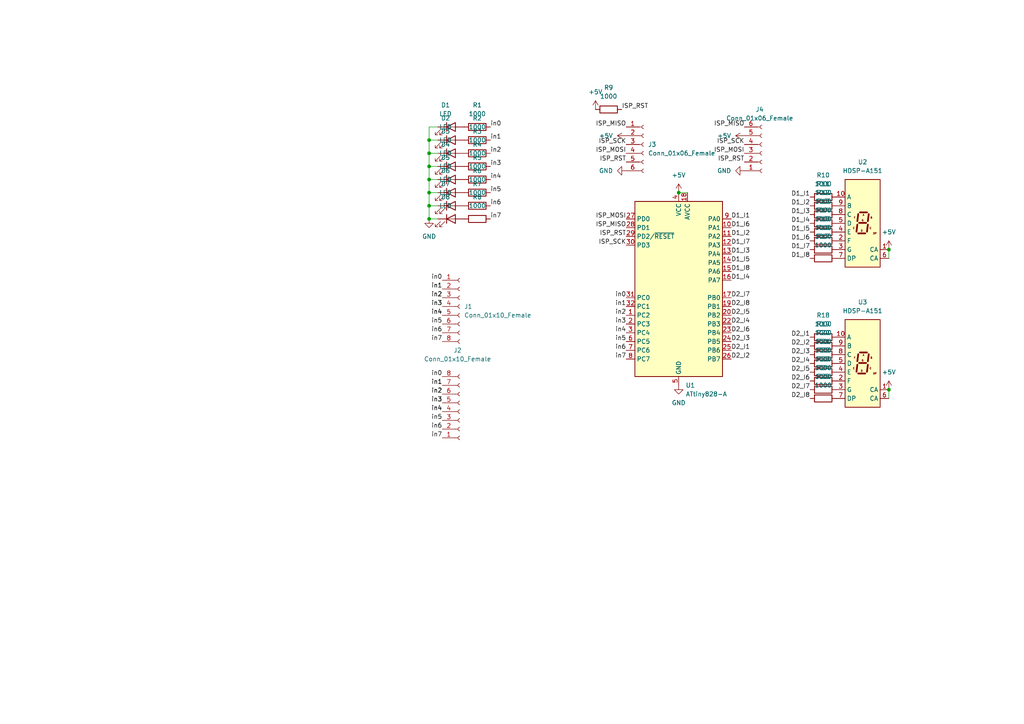
<source format=kicad_sch>
(kicad_sch (version 20211123) (generator eeschema)
  (paper "A4")
  (lib_symbols
    (symbol "Connector:Conn_01x06_Female" (pin_names (offset 1.016) hide)
      (property "Reference" "J" (at 0 7.62 0))
      (property "Value" "Conn_01x06_Female" (at 0 -10.16 0))
      (symbol "Conn_01x06_Female_1_1"
        (arc (start 0 -7.112) (mid -0.508 -7.62) (end 0 -8.128) (stroke (width 0.1524)))
        (arc (start 0 -4.572) (mid -0.508 -5.08) (end 0 -5.588) (stroke (width 0.1524)))
        (arc (start 0 -2.032) (mid -0.508 -2.54) (end 0 -3.048) (stroke (width 0.1524)))
        (polyline (pts (xy -1.27 -7.62) (xy -0.508 -7.62)) (stroke (width 0.1524)))
        (polyline (pts (xy -1.27 -5.08) (xy -0.508 -5.08)) (stroke (width 0.1524)))
        (polyline (pts (xy -1.27 -2.54) (xy -0.508 -2.54)) (stroke (width 0.1524)))
        (polyline (pts (xy -1.27 0) (xy -0.508 0)) (stroke (width 0.1524)))
        (polyline (pts (xy -1.27 2.54) (xy -0.508 2.54)) (stroke (width 0.1524)))
        (polyline (pts (xy -1.27 5.08) (xy -0.508 5.08)) (stroke (width 0.1524)))
        (arc (start 0 0.508) (mid -0.508 0) (end 0 -0.508) (stroke (width 0.1524)))
        (arc (start 0 3.048) (mid -0.508 2.54) (end 0 2.032) (stroke (width 0.1524)))
        (arc (start 0 5.588) (mid -0.508 5.08) (end 0 4.572) (stroke (width 0.1524)))
        (pin passive line (at -5.08 5.08 0) (length 3.81) (name "Pin_1") (number "1"))
        (pin passive line (at -5.08 2.54 0) (length 3.81) (name "Pin_2") (number "2"))
        (pin passive line (at -5.08 0 0) (length 3.81) (name "Pin_3") (number "3"))
        (pin passive line (at -5.08 -2.54 0) (length 3.81) (name "Pin_4") (number "4"))
        (pin passive line (at -5.08 -5.08 0) (length 3.81) (name "Pin_5") (number "5"))
        (pin passive line (at -5.08 -7.62 0) (length 3.81) (name "Pin_6") (number "6"))
      )
    )
    (symbol "Connector:Conn_01x08_Female" (pin_names (offset 1.016) hide)
      (property "Reference" "J" (at 0 10.16 0))
      (property "Value" "Conn_01x08_Female" (at 0 -12.7 0))
      (symbol "Conn_01x08_Female_1_1"
        (arc (start 0 -9.652) (mid -0.508 -10.16) (end 0 -10.668) (stroke (width 0.1524)))
        (arc (start 0 -7.112) (mid -0.508 -7.62) (end 0 -8.128) (stroke (width 0.1524)))
        (arc (start 0 -4.572) (mid -0.508 -5.08) (end 0 -5.588) (stroke (width 0.1524)))
        (arc (start 0 -2.032) (mid -0.508 -2.54) (end 0 -3.048) (stroke (width 0.1524)))
        (polyline (pts (xy -1.27 -10.16) (xy -0.508 -10.16)) (stroke (width 0.1524)))
        (polyline (pts (xy -1.27 -7.62) (xy -0.508 -7.62)) (stroke (width 0.1524)))
        (polyline (pts (xy -1.27 -5.08) (xy -0.508 -5.08)) (stroke (width 0.1524)))
        (polyline (pts (xy -1.27 -2.54) (xy -0.508 -2.54)) (stroke (width 0.1524)))
        (polyline (pts (xy -1.27 0) (xy -0.508 0)) (stroke (width 0.1524)))
        (polyline (pts (xy -1.27 2.54) (xy -0.508 2.54)) (stroke (width 0.1524)))
        (polyline (pts (xy -1.27 5.08) (xy -0.508 5.08)) (stroke (width 0.1524)))
        (polyline (pts (xy -1.27 7.62) (xy -0.508 7.62)) (stroke (width 0.1524)))
        (arc (start 0 0.508) (mid -0.508 0) (end 0 -0.508) (stroke (width 0.1524)))
        (arc (start 0 3.048) (mid -0.508 2.54) (end 0 2.032) (stroke (width 0.1524)))
        (arc (start 0 5.588) (mid -0.508 5.08) (end 0 4.572) (stroke (width 0.1524)))
        (arc (start 0 8.128) (mid -0.508 7.62) (end 0 7.112) (stroke (width 0.1524)))
        (pin passive line (at -5.08 7.62 0) (length 3.81) (name "Pin_1") (number "1"))
        (pin passive line (at -5.08 5.08 0) (length 3.81) (name "Pin_2") (number "2"))
        (pin passive line (at -5.08 2.54 0) (length 3.81) (name "Pin_3") (number "3"))
        (pin passive line (at -5.08 0 0) (length 3.81) (name "Pin_4") (number "4"))
        (pin passive line (at -5.08 -2.54 0) (length 3.81) (name "Pin_5") (number "5"))
        (pin passive line (at -5.08 -5.08 0) (length 3.81) (name "Pin_6") (number "6"))
        (pin passive line (at -5.08 -7.62 0) (length 3.81) (name "Pin_7") (number "7"))
        (pin passive line (at -5.08 -10.16 0) (length 3.81) (name "Pin_8") (number "8"))
      )
    )
    (symbol "Device:LED" (pin_numbers hide) (pin_names (offset 1.016) hide)
      (property "Reference" "D" (at 0 2.54 0))
      (property "Value" "LED" (at 0 -2.54 0))
      (symbol "LED_0_1"
        (polyline (pts (xy -1.27 -1.27) (xy -1.27 1.27)) (stroke (width 0.254)))
        (polyline (pts (xy -1.27 0) (xy 1.27 0)))
        (polyline (pts (xy 1.27 -1.27) (xy 1.27 1.27) (xy -1.27 0) (xy 1.27 -1.27)) (stroke (width 0.254)))
        (polyline (pts (xy -3.048 -0.762) (xy -4.572 -2.286) (xy -3.81 -2.286) (xy -4.572 -2.286) (xy -4.572 -1.524)))
        (polyline (pts (xy -1.778 -0.762) (xy -3.302 -2.286) (xy -2.54 -2.286) (xy -3.302 -2.286) (xy -3.302 -1.524)))
      )
      (symbol "LED_1_1"
        (pin passive line (at -3.81 0 0) (length 2.54) (name "K") (number "1"))
        (pin passive line (at 3.81 0 180) (length 2.54) (name "A") (number "2"))
      )
    )
    (symbol "Device:R" (pin_numbers hide) (pin_names (offset 0))
      (property "Reference" "R" (at 2.032 0 90))
      (property "Value" "R" (at 0 0 90))
      (symbol "R_0_1"
        (rectangle (start -1.016 -2.54) (end 1.016 2.54) (stroke (width 0.254)))
      )
      (symbol "R_1_1"
        (pin passive line (at 0 3.81 270) (length 1.27) (name "~") (number "1"))
        (pin passive line (at 0 -3.81 90) (length 1.27) (name "~") (number "2"))
      )
    )
    (symbol "Display_Character:HDSP-A151"
      (property "Reference" "U" (at -3.81 13.97 0))
      (property "Value" "HDSP-A151" (at 6.35 13.97 0))
      (symbol "HDSP-A151_1_0"
        (text "A" (at 0.254 2.413 0) (effects (font (size 0.508 0.508))))
        (text "B" (at 2.54 1.651 0) (effects (font (size 0.508 0.508))))
        (text "C" (at 2.286 -1.397 0) (effects (font (size 0.508 0.508))))
        (text "D" (at -0.254 -2.159 0) (effects (font (size 0.508 0.508))))
        (text "DP" (at 3.556 -2.921 0) (effects (font (size 0.508 0.508))))
        (text "E" (at -2.54 -1.397 0) (effects (font (size 0.508 0.508))))
        (text "F" (at -2.286 1.651 0) (effects (font (size 0.508 0.508))))
        (text "G" (at 0 0.889 0) (effects (font (size 0.508 0.508))))
      )
      (symbol "HDSP-A151_1_1"
        (rectangle (start -5.08 12.7) (end 5.08 -12.7) (stroke (width 0.254)) (fill (type background)))
        (polyline (pts (xy -1.524 -0.381) (xy -1.778 -2.413)) (stroke (width 0.508)))
        (polyline (pts (xy -1.27 -2.921) (xy 0.762 -2.921)) (stroke (width 0.508)))
        (polyline (pts (xy -1.27 2.667) (xy -1.524 0.635)) (stroke (width 0.508)))
        (polyline (pts (xy -1.016 0.127) (xy 1.016 0.127)) (stroke (width 0.508)))
        (polyline (pts (xy -0.762 3.175) (xy 1.27 3.175)) (stroke (width 0.508)))
        (polyline (pts (xy 1.524 -0.381) (xy 1.27 -2.413)) (stroke (width 0.508)))
        (polyline (pts (xy 1.778 2.667) (xy 1.524 0.635)) (stroke (width 0.508)))
        (polyline (pts (xy 2.54 -2.921) (xy 2.54 -2.921)) (stroke (width 0.508)))
        (pin input line (at 7.62 -7.62 180) (length 2.54) (name "CA") (number "1"))
        (pin input line (at -7.62 7.62 0) (length 2.54) (name "A") (number "10"))
        (pin input line (at -7.62 -5.08 0) (length 2.54) (name "F") (number "2"))
        (pin input line (at -7.62 -7.62 0) (length 2.54) (name "G") (number "3"))
        (pin input line (at -7.62 -2.54 0) (length 2.54) (name "E") (number "4"))
        (pin input line (at -7.62 0 0) (length 2.54) (name "D") (number "5"))
        (pin input line (at 7.62 -10.16 180) (length 2.54) (name "CA") (number "6"))
        (pin input line (at -7.62 -10.16 0) (length 2.54) (name "DP") (number "7"))
        (pin input line (at -7.62 2.54 0) (length 2.54) (name "C") (number "8"))
        (pin input line (at -7.62 5.08 0) (length 2.54) (name "B") (number "9"))
      )
    )
    (symbol "MCU_Microchip_ATtiny:ATtiny828-A"
      (property "Reference" "U" (at -12.7 26.67 0))
      (property "Value" "ATtiny828-A" (at 2.54 -26.67 0))
      (symbol "ATtiny828-A_0_1"
        (rectangle (start -12.7 -25.4) (end 12.7 25.4) (stroke (width 0.254)) (fill (type background)))
      )
      (symbol "ATtiny828-A_1_1"
        (pin bidirectional line (at -15.24 -7.62 0) (length 2.54) (name "PC2") (number "1"))
        (pin bidirectional line (at 15.24 17.78 180) (length 2.54) (name "PA1") (number "10"))
        (pin bidirectional line (at 15.24 15.24 180) (length 2.54) (name "PA2") (number "11"))
        (pin bidirectional line (at 15.24 12.7 180) (length 2.54) (name "PA3") (number "12"))
        (pin bidirectional line (at 15.24 10.16 180) (length 2.54) (name "PA4") (number "13"))
        (pin bidirectional line (at 15.24 7.62 180) (length 2.54) (name "PA5") (number "14"))
        (pin bidirectional line (at 15.24 5.08 180) (length 2.54) (name "PA6") (number "15"))
        (pin bidirectional line (at 15.24 2.54 180) (length 2.54) (name "PA7") (number "16"))
        (pin bidirectional line (at 15.24 -2.54 180) (length 2.54) (name "PB0") (number "17"))
        (pin power_in line (at 2.54 27.94 270) (length 2.54) (name "AVCC") (number "18"))
        (pin bidirectional line (at 15.24 -5.08 180) (length 2.54) (name "PB1") (number "19"))
        (pin bidirectional line (at -15.24 -10.16 0) (length 2.54) (name "PC3") (number "2"))
        (pin bidirectional line (at 15.24 -7.62 180) (length 2.54) (name "PB2") (number "20"))
        (pin passive line (at 0 -27.94 90) (length 2.54) hide (name "GND") (number "21"))
        (pin bidirectional line (at 15.24 -10.16 180) (length 2.54) (name "PB3") (number "22"))
        (pin bidirectional line (at 15.24 -12.7 180) (length 2.54) (name "PB4") (number "23"))
        (pin bidirectional line (at 15.24 -15.24 180) (length 2.54) (name "PB5") (number "24"))
        (pin bidirectional line (at 15.24 -17.78 180) (length 2.54) (name "PB6") (number "25"))
        (pin bidirectional line (at 15.24 -20.32 180) (length 2.54) (name "PB7") (number "26"))
        (pin bidirectional line (at -15.24 20.32 0) (length 2.54) (name "PD0") (number "27"))
        (pin bidirectional line (at -15.24 17.78 0) (length 2.54) (name "PD1") (number "28"))
        (pin bidirectional line (at -15.24 15.24 0) (length 2.54) (name "PD2/~{RESET}") (number "29"))
        (pin bidirectional line (at -15.24 -12.7 0) (length 2.54) (name "PC4") (number "3"))
        (pin bidirectional line (at -15.24 12.7 0) (length 2.54) (name "PD3") (number "30"))
        (pin bidirectional line (at -15.24 -2.54 0) (length 2.54) (name "PC0") (number "31"))
        (pin bidirectional line (at -15.24 -5.08 0) (length 2.54) (name "PC1") (number "32"))
        (pin power_in line (at 0 27.94 270) (length 2.54) (name "VCC") (number "4"))
        (pin power_in line (at 0 -27.94 90) (length 2.54) (name "GND") (number "5"))
        (pin bidirectional line (at -15.24 -15.24 0) (length 2.54) (name "PC5") (number "6"))
        (pin bidirectional line (at -15.24 -17.78 0) (length 2.54) (name "PC6") (number "7"))
        (pin bidirectional line (at -15.24 -20.32 0) (length 2.54) (name "PC7") (number "8"))
        (pin bidirectional line (at 15.24 20.32 180) (length 2.54) (name "PA0") (number "9"))
      )
    )
    (symbol "power:+5V" (power) (pin_names (offset 0))
      (property "Value" "+5V" (at 0 3.556 0))
      (symbol "+5V_0_1"
        (polyline (pts (xy -0.762 1.27) (xy 0 2.54)))
        (polyline (pts (xy 0 0) (xy 0 2.54)))
        (polyline (pts (xy 0 2.54) (xy 0.762 1.27)))
      )
      (symbol "+5V_1_1"
        (pin power_in line (at 0 0 90) (length 0) hide (name "+5V") (number "1"))
      )
    )
    (symbol "power:GND" (power) (pin_names (offset 0))
      (property "Value" "GND" (at 0 -3.81 0))
      (symbol "GND_0_1"
        (polyline (pts (xy 0 0) (xy 0 -1.27) (xy 1.27 -1.27) (xy 0 -2.54) (xy -1.27 -1.27) (xy 0 -1.27)))
      )
      (symbol "GND_1_1"
        (pin power_in line (at 0 0 270) (length 0) hide (name "GND") (number "1"))
      )
    )
  )
  (junction (at 257.81 113.03))
  (junction (at 124.46 52.07))
  (junction (at 124.46 40.64))
  (junction (at 124.46 55.88))
  (junction (at 124.46 59.69))
  (junction (at 124.46 48.26))
  (junction (at 124.46 63.5))
  (junction (at 124.46 44.45))
  (junction (at 257.81 72.39))
  (junction (at 196.85 55.88))
  (wire (pts (xy 196.85 55.88) (xy 199.39 55.88)))
  (wire (pts (xy 124.46 52.07) (xy 124.46 55.88)))
  (wire (pts (xy 127 48.26) (xy 124.46 48.26)))
  (wire (pts (xy 124.46 59.69) (xy 124.46 63.5)))
  (wire (pts (xy 127 36.83) (xy 124.46 36.83)))
  (wire (pts (xy 257.81 113.03) (xy 257.81 115.57)))
  (wire (pts (xy 127 55.88) (xy 124.46 55.88)))
  (wire (pts (xy 124.46 36.83) (xy 124.46 40.64)))
  (wire (pts (xy 124.46 44.45) (xy 124.46 48.26)))
  (wire (pts (xy 124.46 63.5) (xy 127 63.5)))
  (wire (pts (xy 124.46 40.64) (xy 124.46 44.45)))
  (wire (pts (xy 127 52.07) (xy 124.46 52.07)))
  (wire (pts (xy 124.46 55.88) (xy 124.46 59.69)))
  (wire (pts (xy 124.46 48.26) (xy 124.46 52.07)))
  (wire (pts (xy 127 40.64) (xy 124.46 40.64)))
  (wire (pts (xy 127 44.45) (xy 124.46 44.45)))
  (wire (pts (xy 257.81 72.39) (xy 257.81 74.93)))
  (wire (pts (xy 127 59.69) (xy 124.46 59.69)))
  (label "D1_I7" (at 212.09 71.12 0))
  (label "in2" (at 128.27 86.36 180))
  (label "D1_I4" (at 234.95 64.77 180))
  (label "D1_I7" (at 234.95 72.39 180))
  (label "D2_I1" (at 212.09 101.6 0))
  (label "D2_I4" (at 212.09 93.98 0))
  (label "in1" (at 128.27 111.76 180))
  (label "D1_I2" (at 234.95 59.69 180))
  (label "in3" (at 181.61 93.98 180))
  (label "in5" (at 128.27 93.98 180))
  (label "in3" (at 142.24 48.26 0))
  (label "D2_I8" (at 212.09 88.9 0))
  (label "D1_I2" (at 212.09 68.58 0))
  (label "ISP_MISO" (at 181.61 36.83 180))
  (label "in7" (at 128.27 99.06 180))
  (label "ISP_MOSI" (at 215.9 44.45 180))
  (label "ISP_MOSI" (at 181.61 44.45 180))
  (label "in0" (at 128.27 109.22 180))
  (label "in0" (at 181.61 86.36 180))
  (label "ISP_MISO" (at 215.9 36.83 180))
  (label "D2_I2" (at 212.09 104.14 0))
  (label "D1_I4" (at 212.09 81.28 0))
  (label "D2_I5" (at 212.09 91.44 0))
  (label "in1" (at 181.61 88.9 180))
  (label "D2_I3" (at 212.09 99.06 0))
  (label "in5" (at 142.24 55.88 0))
  (label "D2_I4" (at 234.95 105.41 180))
  (label "in7" (at 142.24 63.5 0))
  (label "D2_I5" (at 234.95 107.95 180))
  (label "D2_I6" (at 234.95 110.49 180))
  (label "in5" (at 128.27 121.92 180))
  (label "in6" (at 128.27 124.46 180))
  (label "D1_I5" (at 234.95 67.31 180))
  (label "D1_I6" (at 234.95 69.85 180))
  (label "D1_I5" (at 212.09 76.2 0))
  (label "D2_I3" (at 234.95 102.87 180))
  (label "in4" (at 181.61 96.52 180))
  (label "in1" (at 128.27 111.76 180))
  (label "D2_I7" (at 212.09 86.36 0))
  (label "in2" (at 128.27 114.3 180))
  (label "in6" (at 142.24 59.69 0))
  (label "in3" (at 128.27 116.84 180))
  (label "in0" (at 142.24 36.83 0))
  (label "in7" (at 181.61 104.14 180))
  (label "in3" (at 128.27 88.9 180))
  (label "ISP_SCK" (at 181.61 71.12 180))
  (label "in4" (at 142.24 52.07 0))
  (label "ISP_RST" (at 181.61 46.99 180))
  (label "D2_I2" (at 234.95 100.33 180))
  (label "in3" (at 128.27 88.9 180))
  (label "ISP_RST" (at 215.9 46.99 180))
  (label "D1_I6" (at 212.09 66.04 0))
  (label "D1_I8" (at 234.95 74.93 180))
  (label "D1_I1" (at 212.09 63.5 0))
  (label "ISP_MOSI" (at 181.61 63.5 180))
  (label "in5" (at 181.61 99.06 180))
  (label "ISP_RST" (at 181.61 68.58 180))
  (label "in4" (at 128.27 119.38 180))
  (label "D1_I3" (at 212.09 73.66 0))
  (label "D2_I6" (at 212.09 96.52 0))
  (label "ISP_SCK" (at 215.9 41.91 180))
  (label "ISP_MISO" (at 181.61 66.04 180))
  (label "ISP_RST" (at 180.34 31.75 0))
  (label "ISP_SCK" (at 181.61 41.91 180))
  (label "in4" (at 128.27 119.38 180))
  (label "D1_I8" (at 212.09 78.74 0))
  (label "in1" (at 128.27 83.82 180))
  (label "D1_I1" (at 234.95 57.15 180))
  (label "in4" (at 128.27 91.44 180))
  (label "in2" (at 142.24 44.45 0))
  (label "D1_I3" (at 234.95 62.23 180))
  (label "D2_I7" (at 234.95 113.03 180))
  (label "in2" (at 128.27 114.3 180))
  (label "in1" (at 142.24 40.64 0))
  (label "in6" (at 128.27 96.52 180))
  (label "in7" (at 128.27 127 180))
  (label "in6" (at 181.61 101.6 180))
  (label "in4" (at 128.27 91.44 180))
  (label "D2_I1" (at 234.95 97.79 180))
  (label "in2" (at 128.27 86.36 180))
  (label "D2_I8" (at 234.95 115.57 180))
  (label "in2" (at 181.61 91.44 180))
  (label "in1" (at 128.27 83.82 180))
  (label "in0" (at 128.27 81.28 180))
  (label "in3" (at 128.27 116.84 180))
  (symbol (lib_id "power:GND") (at 215.9 49.53 270) (unit 1)
    (property "Reference" "#PWR08" (effects hide))
    (property "Value" "GND" (at 212.09 49.5299 90) (effects (justify right)))
  )
  (symbol (lib_id "Device:R") (at 238.76 72.39 90) (unit 1)
    (property "Reference" "R16" (at 238.76 66.04 90))
    (property "Value" "1000" (at 238.76 68.58 90))
    (property "Footprint" "Resistor_SMD:R_0402_1005Metric" (effects hide))
  )
  (symbol (lib_id "Connector:Conn_01x08_Female") (at 133.35 88.9 0) (unit 1)
    (property "Reference" "J1" (at 134.62 88.8999 0) (effects (justify left)))
    (property "Value" "Conn_01x10_Female" (at 134.62 91.4399 0) (effects (justify left)))
    (property "Footprint" "Connector_PinHeader_2.54mm:PinHeader_1x08_P2.54mm_Horizontal" (effects hide))
  )
  (symbol (lib_id "Device:R") (at 238.76 115.57 90) (unit 1)
    (property "Reference" "R25" (at 238.76 109.22 90))
    (property "Value" "1000" (at 238.76 111.76 90))
    (property "Footprint" "Resistor_SMD:R_0402_1005Metric" (effects hide))
  )
  (symbol (lib_id "Device:R") (at 238.76 59.69 90) (unit 1)
    (property "Reference" "R11" (at 238.76 53.34 90))
    (property "Value" "1000" (at 238.76 55.88 90))
    (property "Footprint" "Resistor_SMD:R_0402_1005Metric" (effects hide))
  )
  (symbol (lib_id "Device:LED") (at 130.81 52.07 0) (unit 1)
    (property "Reference" "D5" (at 129.2225 45.72 0))
    (property "Value" "LED" (at 129.2225 48.26 0))
    (property "Footprint" "LED_SMD:LED_0603_1608Metric" (effects hide))
  )
  (symbol (lib_id "Device:LED") (at 130.81 36.83 0) (unit 1)
    (property "Reference" "D1" (at 129.2225 30.48 0))
    (property "Value" "LED" (at 129.2225 33.02 0))
    (property "Footprint" "LED_SMD:LED_0603_1608Metric" (effects hide))
  )
  (symbol (lib_id "Device:R") (at 138.43 59.69 90) (unit 1)
    (property "Reference" "R7" (at 138.43 53.34 90))
    (property "Value" "1000" (at 138.43 55.88 90))
    (property "Footprint" "Resistor_SMD:R_0402_1005Metric" (effects hide))
  )
  (symbol (lib_id "Connector:Conn_01x06_Female") (at 220.98 44.45 0) (mirror x) (unit 1)
    (property "Reference" "J4" (at 220.345 31.75 0))
    (property "Value" "Conn_01x06_Female" (at 220.345 34.29 0))
    (property "Footprint" "Connector_FFC-FPC:TE_0-1734839-6_1x06-1MP_P0.5mm_Horizontal" (effects hide))
  )
  (symbol (lib_id "Device:R") (at 238.76 69.85 90) (unit 1)
    (property "Reference" "R15" (at 238.76 63.5 90))
    (property "Value" "1000" (at 238.76 66.04 90))
    (property "Footprint" "Resistor_SMD:R_0402_1005Metric" (effects hide))
  )
  (symbol (lib_id "Device:R") (at 138.43 40.64 90) (unit 1)
    (property "Reference" "R2" (at 138.43 34.29 90))
    (property "Value" "1000" (at 138.43 36.83 90))
    (property "Footprint" "Resistor_SMD:R_0402_1005Metric" (effects hide))
  )
  (symbol (lib_id "Device:R") (at 138.43 48.26 90) (unit 1)
    (property "Reference" "R4" (at 138.43 41.91 90))
    (property "Value" "1000" (at 138.43 44.45 90))
    (property "Footprint" "Resistor_SMD:R_0402_1005Metric" (effects hide))
  )
  (symbol (lib_id "power:GND") (at 181.61 49.53 270) (unit 1)
    (property "Reference" "#PWR04" (effects hide))
    (property "Value" "GND" (at 177.8 49.5299 90) (effects (justify right)))
  )
  (symbol (lib_id "Connector:Conn_01x08_Female") (at 133.35 119.38 0) (mirror x) (unit 1)
    (property "Reference" "J2" (at 132.715 101.6 0))
    (property "Value" "Conn_01x10_Female" (at 132.715 104.14 0))
    (property "Footprint" "Connector_PinHeader_2.54mm:PinHeader_1x08_P2.54mm_Horizontal" (effects hide))
  )
  (symbol (lib_id "Connector:Conn_01x06_Female") (at 186.69 41.91 0) (unit 1)
    (property "Reference" "J3" (at 187.96 41.9099 0) (effects (justify left)))
    (property "Value" "Conn_01x06_Female" (at 187.96 44.4499 0) (effects (justify left)))
    (property "Footprint" "Connector_FFC-FPC:TE_0-1734839-6_1x06-1MP_P0.5mm_Horizontal" (effects hide))
  )
  (symbol (lib_id "MCU_Microchip_ATtiny:ATtiny828-A") (at 196.85 83.82 0) (unit 1)
    (property "Reference" "U1" (at 198.8694 111.76 0) (effects (justify left)))
    (property "Value" "ATtiny828-A" (at 198.8694 114.3 0) (effects (justify left)))
    (property "Footprint" "Package_QFP:TQFP-32_7x7mm_P0.8mm" (effects hide))
    (property "Datasheet" "http://ww1.microchip.com/downloads/en/DeviceDoc/doc8371.pdf" (effects hide))
  )
  (symbol (lib_id "Display_Character:HDSP-A151") (at 250.19 64.77 0) (unit 1)
    (property "Reference" "U2" (at 250.19 46.99 0))
    (property "Value" "HDSP-A151" (at 250.19 49.53 0))
    (property "Footprint" "Display_7Segment:HDSP-A151" (effects hide))
    (property "Datasheet" "https://docs.broadcom.com/docs/AV02-2553EN" (effects hide))
  )
  (symbol (lib_id "Device:LED") (at 130.81 63.5 0) (unit 1)
    (property "Reference" "D8" (at 129.2225 57.15 0))
    (property "Value" "LED" (at 129.2225 59.69 0))
    (property "Footprint" "LED_SMD:LED_0603_1608Metric" (effects hide))
  )
  (symbol (lib_id "Device:R") (at 238.76 57.15 90) (unit 1)
    (property "Reference" "R10" (at 238.76 50.8 90))
    (property "Value" "1000" (at 238.76 53.34 90))
    (property "Footprint" "Resistor_SMD:R_0402_1005Metric" (effects hide))
  )
  (symbol (lib_id "power:+5V") (at 196.85 55.88 0) (unit 1)
    (property "Reference" "#PWR05" (effects hide))
    (property "Value" "+5V" (at 196.85 50.8 0))
  )
  (symbol (lib_id "Device:LED") (at 130.81 48.26 0) (unit 1)
    (property "Reference" "D4" (at 129.2225 41.91 0))
    (property "Value" "LED" (at 129.2225 44.45 0))
    (property "Footprint" "LED_SMD:LED_0603_1608Metric" (effects hide))
  )
  (symbol (lib_id "power:+5V") (at 172.72 31.75 0) (unit 1)
    (property "Reference" "#PWR02" (effects hide))
    (property "Value" "+5V" (at 172.72 26.67 0))
  )
  (symbol (lib_id "Device:R") (at 138.43 52.07 90) (unit 1)
    (property "Reference" "R5" (at 138.43 45.72 90))
    (property "Value" "1000" (at 138.43 48.26 90))
    (property "Footprint" "Resistor_SMD:R_0402_1005Metric" (effects hide))
  )
  (symbol (lib_id "Device:LED") (at 130.81 40.64 0) (unit 1)
    (property "Reference" "D2" (at 129.2225 34.29 0))
    (property "Value" "LED" (at 129.2225 36.83 0))
    (property "Footprint" "LED_SMD:LED_0603_1608Metric" (effects hide))
  )
  (symbol (lib_id "power:GND") (at 196.85 111.76 0) (unit 1)
    (property "Reference" "#PWR06" (effects hide))
    (property "Value" "GND" (at 196.85 116.84 0))
  )
  (symbol (lib_id "Device:R") (at 238.76 64.77 90) (unit 1)
    (property "Reference" "R13" (at 238.76 58.42 90))
    (property "Value" "1000" (at 238.76 60.96 90))
    (property "Footprint" "Resistor_SMD:R_0402_1005Metric" (effects hide))
  )
  (symbol (lib_id "Device:R") (at 238.76 74.93 90) (unit 1)
    (property "Reference" "R17" (at 238.76 68.58 90))
    (property "Value" "1000" (at 238.76 71.12 90))
    (property "Footprint" "Resistor_SMD:R_0402_1005Metric" (effects hide))
  )
  (symbol (lib_id "Device:R") (at 238.76 62.23 90) (unit 1)
    (property "Reference" "R12" (at 238.76 55.88 90))
    (property "Value" "1000" (at 238.76 58.42 90))
    (property "Footprint" "Resistor_SMD:R_0402_1005Metric" (effects hide))
  )
  (symbol (lib_id "Device:LED") (at 130.81 55.88 0) (unit 1)
    (property "Reference" "D6" (at 129.2225 49.53 0))
    (property "Value" "LED" (at 129.2225 52.07 0))
    (property "Footprint" "LED_SMD:LED_0603_1608Metric" (effects hide))
  )
  (symbol (lib_id "power:+5V") (at 257.81 113.03 0) (unit 1)
    (property "Reference" "#PWR010" (effects hide))
    (property "Value" "+5V" (at 257.81 107.95 0))
  )
  (symbol (lib_id "Device:R") (at 238.76 110.49 90) (unit 1)
    (property "Reference" "R23" (at 238.76 104.14 90))
    (property "Value" "1000" (at 238.76 106.68 90))
    (property "Footprint" "Resistor_SMD:R_0402_1005Metric" (effects hide))
  )
  (symbol (lib_id "Device:R") (at 138.43 36.83 90) (unit 1)
    (property "Reference" "R1" (at 138.43 30.48 90))
    (property "Value" "1000" (at 138.43 33.02 90))
    (property "Footprint" "Resistor_SMD:R_0402_1005Metric" (effects hide))
  )
  (symbol (lib_id "Device:R") (at 238.76 100.33 90) (unit 1)
    (property "Reference" "R19" (at 238.76 93.98 90))
    (property "Value" "1000" (at 238.76 96.52 90))
    (property "Footprint" "Resistor_SMD:R_0402_1005Metric" (effects hide))
  )
  (symbol (lib_id "power:GND") (at 124.46 63.5 0) (unit 1)
    (property "Reference" "#PWR01" (effects hide))
    (property "Value" "GND" (at 124.46 68.58 0))
  )
  (symbol (lib_id "power:+5V") (at 257.81 72.39 0) (unit 1)
    (property "Reference" "#PWR09" (effects hide))
    (property "Value" "+5V" (at 257.81 67.31 0))
  )
  (symbol (lib_id "Display_Character:HDSP-A151") (at 250.19 105.41 0) (unit 1)
    (property "Reference" "U3" (at 250.19 87.63 0))
    (property "Value" "HDSP-A151" (at 250.19 90.17 0))
    (property "Footprint" "Display_7Segment:HDSP-A151" (effects hide))
    (property "Datasheet" "https://docs.broadcom.com/docs/AV02-2553EN" (effects hide))
  )
  (symbol (lib_id "power:+5V") (at 181.61 39.37 90) (unit 1)
    (property "Reference" "#PWR03" (effects hide))
    (property "Value" "+5V" (at 177.8 39.3699 90) (effects (justify left)))
  )
  (symbol (lib_id "Device:LED") (at 130.81 44.45 0) (unit 1)
    (property "Reference" "D3" (at 129.2225 38.1 0))
    (property "Value" "LED" (at 129.2225 40.64 0))
    (property "Footprint" "LED_SMD:LED_0603_1608Metric" (effects hide))
  )
  (symbol (lib_id "Device:R") (at 176.53 31.75 90) (unit 1)
    (property "Reference" "R9" (at 176.53 25.4 90))
    (property "Value" "1000" (at 176.53 27.94 90))
    (property "Footprint" "Resistor_SMD:R_0402_1005Metric" (effects hide))
  )
  (symbol (lib_id "Device:R") (at 238.76 67.31 90) (unit 1)
    (property "Reference" "R14" (at 238.76 60.96 90))
    (property "Value" "1000" (at 238.76 63.5 90))
    (property "Footprint" "Resistor_SMD:R_0402_1005Metric" (effects hide))
  )
  (symbol (lib_id "Device:R") (at 238.76 97.79 90) (unit 1)
    (property "Reference" "R18" (at 238.76 91.44 90))
    (property "Value" "1000" (at 238.76 93.98 90))
    (property "Footprint" "Resistor_SMD:R_0402_1005Metric" (effects hide))
  )
  (symbol (lib_id "Device:R") (at 138.43 63.5 90) (unit 1)
    (property "Reference" "R8" (at 138.43 57.15 90))
    (property "Value" "1000" (at 138.43 59.69 90))
    (property "Footprint" "Resistor_SMD:R_0402_1005Metric" (effects hide))
  )
  (symbol (lib_id "Device:LED") (at 130.81 59.69 0) (unit 1)
    (property "Reference" "D7" (at 129.2225 53.34 0))
    (property "Value" "LED" (at 129.2225 55.88 0))
    (property "Footprint" "LED_SMD:LED_0603_1608Metric" (effects hide))
  )
  (symbol (lib_id "Device:R") (at 238.76 107.95 90) (unit 1)
    (property "Reference" "R22" (at 238.76 101.6 90))
    (property "Value" "1000" (at 238.76 104.14 90))
    (property "Footprint" "Resistor_SMD:R_0402_1005Metric" (effects hide))
  )
  (symbol (lib_id "Device:R") (at 138.43 55.88 90) (unit 1)
    (property "Reference" "R6" (at 138.43 49.53 90))
    (property "Value" "1000" (at 138.43 52.07 90))
    (property "Footprint" "Resistor_SMD:R_0402_1005Metric" (effects hide))
  )
  (symbol (lib_id "Device:R") (at 238.76 105.41 90) (unit 1)
    (property "Reference" "R21" (at 238.76 99.06 90))
    (property "Value" "1000" (at 238.76 101.6 90))
    (property "Footprint" "Resistor_SMD:R_0402_1005Metric" (effects hide))
  )
  (symbol (lib_id "Device:R") (at 238.76 102.87 90) (unit 1)
    (property "Reference" "R20" (at 238.76 96.52 90))
    (property "Value" "1000" (at 238.76 99.06 90))
    (property "Footprint" "Resistor_SMD:R_0402_1005Metric" (effects hide))
  )
  (symbol (lib_id "power:+5V") (at 215.9 39.37 90) (unit 1)
    (property "Reference" "#PWR07" (effects hide))
    (property "Value" "+5V" (at 212.09 39.3699 90) (effects (justify left)))
  )
  (symbol (lib_id "Device:R") (at 138.43 44.45 90) (unit 1)
    (property "Reference" "R3" (at 138.43 38.1 90))
    (property "Value" "1000" (at 138.43 40.64 90))
    (property "Footprint" "Resistor_SMD:R_0402_1005Metric" (effects hide))
  )
  (symbol (lib_id "Device:R") (at 238.76 113.03 90) (unit 1)
    (property "Reference" "R24" (at 238.76 106.68 90))
    (property "Value" "1000" (at 238.76 109.22 90))
    (property "Footprint" "Resistor_SMD:R_0402_1005Metric" (effects hide))
  )
)
</source>
